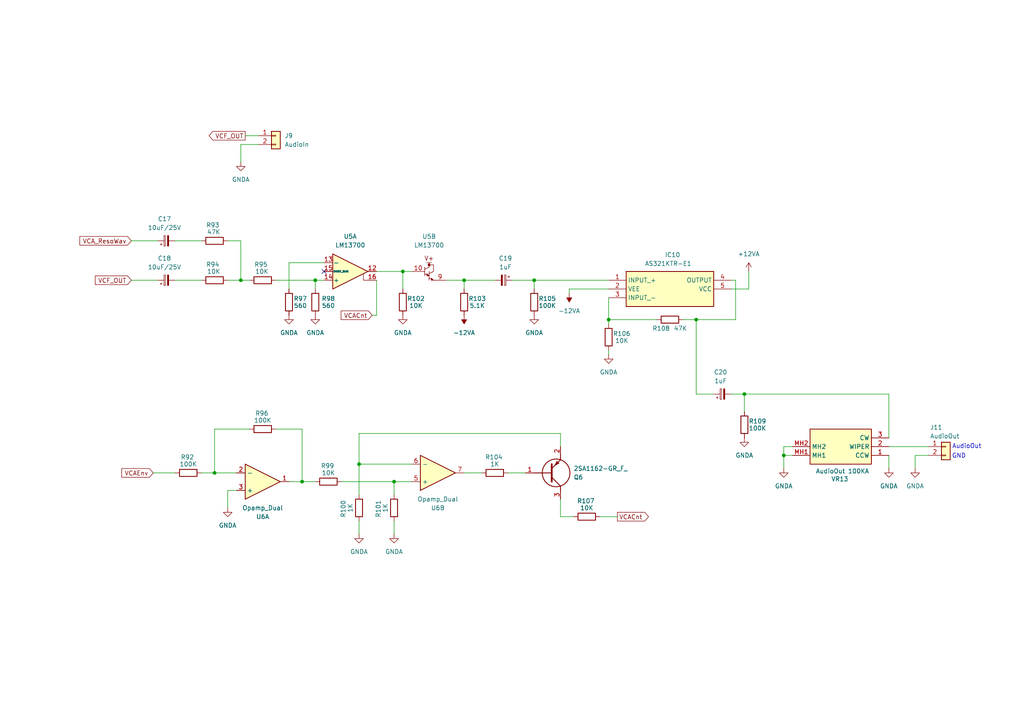
<source format=kicad_sch>
(kicad_sch (version 20250114) (generator "eeschema") (generator_version "9.0")
  (paper "A4")
  (lib_symbols
    (symbol "Amplifier_Operational:LM13700" (pin_names (offset 0.127))
      (property "Reference" "U" (at 3.81 5.08 0))
      (property "Value" "LM13700" (at 5.08 -5.08 0))
      (symbol "LM13700_1_1"
        (polyline (pts (xy 3.81 -0.635) (xy 3.81 -2.54) (xy 5.08 -2.54)))
        (polyline (pts (xy 5.08 0) (xy -5.08 -5.08) (xy -5.08 5.08) (xy 5.08 0)) (stroke (width 0.254)) (fill (type background)))
        (pin input line (at -7.62 2.54 0) (length 2.54) (name "-") (number "13"))
        (pin input line (at -7.62 0 0) (length 2.54) (name "DIODE_BIAS") (number "15"))
        (pin input line (at -7.62 -2.54 0) (length 2.54) (name "+") (number "14"))
        (pin output line (at 7.62 0 180) (length 2.54) (name "~") (number "12"))
        (pin input line (at 7.62 -2.54 180) (length 2.54) (name "~") (number "16"))
      )
      (symbol "LM13700_2_0"
        (polyline (pts (xy -1.905 2.54) (xy -3.175 2.54)))
      )
      (symbol "LM13700_2_1"
        (polyline (pts (xy -3.81 1.27) (xy -3.81 -1.27)))
        (polyline (pts (xy -3.81 0.635) (xy -2.54 1.27) (xy -2.54 1.905) (xy -2.54 2.54)))
        (polyline (pts (xy -3.81 -0.635) (xy -2.54 -1.27)))
        (circle (center -2.54 1.905) (radius 0.254) (stroke (width 0.254)) (fill (type outline)))
        (polyline (pts (xy -2.54 0) (xy -2.54 -2.54)))
        (polyline (pts (xy -2.54 -0.635) (xy -1.27 0) (xy -1.27 1.905) (xy -2.54 1.905)))
        (polyline (pts (xy -2.54 -1.27) (xy -3.175 -0.635) (xy -3.175 -1.27) (xy -2.54 -1.27)) (fill (type outline)))
        (polyline (pts (xy -2.54 -1.905) (xy -1.27 -2.54)))
        (polyline (pts (xy -1.27 -2.54) (xy -1.905 -1.905) (xy -1.905 -2.54) (xy -1.27 -2.54)) (fill (type outline)))
        (text "V+" (at -2.54 3.81 0) (effects (font (size 1.27 1.27))))
        (pin input line (at -7.62 0 0) (length 3.81) (name "~") (number "10"))
        (pin output line (at 2.54 -2.54 180) (length 3.81) (name "~") (number "9"))
      )
      (symbol "LM13700_3_1"
        (polyline (pts (xy 3.81 -0.635) (xy 3.81 -2.54) (xy 5.08 -2.54)))
        (polyline (pts (xy 5.08 0) (xy -5.08 -5.08) (xy -5.08 5.08) (xy 5.08 0)) (stroke (width 0.254)) (fill (type background)))
        (pin input line (at -7.62 2.54 0) (length 2.54) (name "-") (number "4"))
        (pin input line (at -7.62 0 0) (length 2.54) (name "DIODE_BIAS") (number "2"))
        (pin input line (at -7.62 -2.54 0) (length 2.54) (name "+") (number "3"))
        (pin output line (at 7.62 0 180) (length 2.54) (name "~") (number "5"))
        (pin input line (at 7.62 -2.54 180) (length 2.54) (name "~") (number "1"))
      )
      (symbol "LM13700_4_0"
        (polyline (pts (xy -3.175 2.54) (xy -1.905 2.54)))
        (text "V+" (at -2.54 3.81 0) (effects (font (size 1.27 1.27))))
      )
      (symbol "LM13700_4_1"
        (polyline (pts (xy -3.81 1.27) (xy -3.81 -1.27)))
        (polyline (pts (xy -3.81 0.635) (xy -2.54 1.27) (xy -2.54 2.54)))
        (polyline (pts (xy -3.81 -0.635) (xy -2.54 -1.27)))
        (circle (center -2.54 1.905) (radius 0.254) (stroke (width 0.254)) (fill (type outline)))
        (polyline (pts (xy -2.54 0) (xy -2.54 -2.54)))
        (polyline (pts (xy -2.54 -0.635) (xy -1.27 0) (xy -1.27 1.905) (xy -2.54 1.905)))
        (polyline (pts (xy -2.54 -1.27) (xy -3.175 -0.635) (xy -3.175 -1.27) (xy -2.54 -1.27)) (fill (type outline)))
        (polyline (pts (xy -2.54 -1.905) (xy -1.27 -2.54)))
        (polyline (pts (xy -1.27 -2.54) (xy -1.905 -1.905) (xy -1.905 -2.54) (xy -1.27 -2.54)) (fill (type outline)))
        (pin input line (at -7.62 0 0) (length 3.81) (name "~") (number "7"))
        (pin output line (at 2.54 -2.54 180) (length 3.81) (name "~") (number "8"))
      )
      (symbol "LM13700_5_1"
        (pin power_in line (at -2.54 7.62 270) (length 3.81) (name "V+") (number "11"))
        (pin power_in line (at -2.54 -7.62 90) (length 3.81) (name "V-") (number "6"))
      )
    )
    (symbol "Connector_Generic:Conn_01x02" (pin_names (offset 1.016) (hide yes))
      (property "Reference" "J" (at 0 2.54 0))
      (property "Value" "Conn_01x02" (at 0 -5.08 0))
      (symbol "Conn_01x02_1_1"
        (rectangle (start -1.27 1.27) (end 1.27 -3.81) (stroke (width 0.254)) (fill (type background)))
        (rectangle (start -1.27 0.127) (end 0 -0.127) (stroke (width 0.1524)))
        (rectangle (start -1.27 -2.413) (end 0 -2.667) (stroke (width 0.1524)))
        (pin passive line (at -5.08 0 0) (length 3.81) (name "Pin_1") (number "1"))
        (pin passive line (at -5.08 -2.54 0) (length 3.81) (name "Pin_2") (number "2"))
      )
    )
    (symbol "Device:C_Polarized_Small" (pin_numbers (hide yes)) (pin_names (offset 0.254) (hide yes))
      (property "Reference" "C" (at 0.254 1.778 0))
      (property "Value" "C_Polarized_Small" (at 0.254 -2.032 0))
      (symbol "C_Polarized_Small_0_1"
        (rectangle (start -1.524 0.6858) (end 1.524 0.3048))
        (rectangle (start -1.524 -0.3048) (end 1.524 -0.6858) (fill (type outline)))
        (polyline (pts (xy -1.27 1.524) (xy -0.762 1.524)))
        (polyline (pts (xy -1.016 1.27) (xy -1.016 1.778)))
      )
      (symbol "C_Polarized_Small_1_1"
        (pin passive line (at 0 2.54 270) (length 1.8542) (name "~") (number "1"))
        (pin passive line (at 0 -2.54 90) (length 1.8542) (name "~") (number "2"))
      )
    )
    (symbol "Device:Opamp_Dual"
      (property "Reference" "U" (at 0 5.08 0))
      (property "Value" "Opamp_Dual" (at 0 -5.08 0))
      (symbol "Opamp_Dual_1_1"
        (polyline (pts (xy -5.08 5.08) (xy 5.08 0) (xy -5.08 -5.08) (xy -5.08 5.08)) (stroke (width 0.254)) (fill (type background)))
        (pin input line (at -7.62 2.54 0) (length 2.54) (name "+") (number "3"))
        (pin input line (at -7.62 -2.54 0) (length 2.54) (name "-") (number "2"))
        (pin output line (at 7.62 0 180) (length 2.54) (name "~") (number "1"))
      )
      (symbol "Opamp_Dual_2_1"
        (polyline (pts (xy -5.08 5.08) (xy 5.08 0) (xy -5.08 -5.08) (xy -5.08 5.08)) (stroke (width 0.254)) (fill (type background)))
        (pin input line (at -7.62 2.54 0) (length 2.54) (name "+") (number "5"))
        (pin input line (at -7.62 -2.54 0) (length 2.54) (name "-") (number "6"))
        (pin output line (at 7.62 0 180) (length 2.54) (name "~") (number "7"))
      )
      (symbol "Opamp_Dual_3_1"
        (pin power_in line (at -2.54 7.62 270) (length 3.81) (name "V+") (number "8"))
        (pin power_in line (at -2.54 -7.62 90) (length 3.81) (name "V-") (number "4"))
      )
    )
    (symbol "Device:R" (pin_numbers (hide yes)) (pin_names (offset 0))
      (property "Reference" "R" (at 2.032 0 90))
      (property "Value" "R" (at 0 0 90))
      (symbol "R_0_1"
        (rectangle (start -1.016 -2.54) (end 1.016 2.54) (stroke (width 0.254)))
      )
      (symbol "R_1_1"
        (pin passive line (at 0 3.81 270) (length 1.27) (name "~") (number "1"))
        (pin passive line (at 0 -3.81 90) (length 1.27) (name "~") (number "2"))
      )
    )
    (symbol "SamacSys_Parts:2SA1162-GR_F_" (pin_names (hide yes))
      (property "Reference" "Q" (at 13.97 1.27 0))
      (property "Value" "2SA1162-GR_F_" (at 13.97 -1.27 0))
      (symbol "2SA1162-GR_F__1_1"
        (polyline (pts (xy 2.54 0) (xy 7.62 0)) (stroke (width 0.254)))
        (polyline (pts (xy 7.62 2.54) (xy 7.62 -2.54)) (stroke (width 0.508)))
        (polyline (pts (xy 7.62 1.27) (xy 10.16 3.81)) (stroke (width 0.254)))
        (polyline (pts (xy 7.62 -1.27) (xy 10.16 -3.81)) (stroke (width 0.254)))
        (circle (center 8.89 0) (radius 4.016) (stroke (width 0.254)))
        (polyline (pts (xy 9.652 -2.794) (xy 9.144 -3.302) (xy 8.636 -2.286) (xy 9.652 -2.794)) (stroke (width 0.254)) (fill (type outline)))
        (polyline (pts (xy 10.16 3.81) (xy 10.16 5.08)) (stroke (width 0.254)))
        (polyline (pts (xy 10.16 -3.81) (xy 10.16 -5.08)) (stroke (width 0.254)))
        (pin passive line (at 0 0 0) (length 2.54) (name "B") (number "1"))
        (pin passive line (at 10.16 7.62 270) (length 2.54) (name "C") (number "3"))
        (pin passive line (at 10.16 -7.62 90) (length 2.54) (name "E") (number "2"))
      )
    )
    (symbol "SamacSys_Parts:AS321KTR-E1"
      (property "Reference" "D" (at 31.75 7.62 0))
      (property "Value" "AS321KTR-E1" (at 31.75 5.08 0))
      (symbol "AS321KTR-E1_1_1"
        (rectangle (start 5.08 2.54) (end 30.48 -7.62) (stroke (width 0.254)) (fill (type background)))
        (pin passive line (at 0 0 0) (length 5.08) (name "INPUT_+") (number "1"))
        (pin passive line (at 0 -2.54 0) (length 5.08) (name "VEE") (number "2"))
        (pin passive line (at 0 -5.08 0) (length 5.08) (name "INPUT_-") (number "3"))
        (pin passive line (at 35.56 0 180) (length 5.08) (name "OUTPUT") (number "4"))
        (pin passive line (at 35.56 -2.54 180) (length 5.08) (name "VCC") (number "5"))
      )
    )
    (symbol "SamacSys_Parts:RK09D117000B"
      (property "Reference" "VR" (at 24.13 7.62 0))
      (property "Value" "RK09D117000B" (at 24.13 5.08 0))
      (symbol "RK09D117000B_1_1"
        (rectangle (start 5.08 2.54) (end 22.86 -7.62) (stroke (width 0.254)) (fill (type background)))
        (pin passive line (at 0 0 0) (length 5.08) (name "CCW") (number "1"))
        (pin passive line (at 0 -2.54 0) (length 5.08) (name "WIPER") (number "2"))
        (pin passive line (at 0 -5.08 0) (length 5.08) (name "CW") (number "3"))
        (pin passive line (at 27.94 0 180) (length 5.08) (name "MH1") (number "MH1"))
        (pin passive line (at 27.94 -2.54 180) (length 5.08) (name "MH2") (number "MH2"))
      )
    )
    (symbol "power:+12VA" (power) (pin_numbers (hide yes)) (pin_names (offset 0) (hide yes))
      (property "Value" "+12VA" (at 0 3.556 0))
      (symbol "+12VA_0_1"
        (polyline (pts (xy -0.762 1.27) (xy 0 2.54)))
        (polyline (pts (xy 0 2.54) (xy 0.762 1.27)))
        (polyline (pts (xy 0 0) (xy 0 2.54)))
      )
      (symbol "+12VA_1_1"
        (pin power_in line (at 0 0 90) (length 0) (name "~") (number "1"))
      )
    )
    (symbol "power:-12VA" (power) (pin_numbers (hide yes)) (pin_names (offset 0) (hide yes))
      (property "Value" "-12VA" (at 0 3.556 0))
      (symbol "-12VA_0_0"
        (pin power_in line (at 0 0 90) (length 0) (name "~") (number "1"))
      )
      (symbol "-12VA_0_1"
        (polyline (pts (xy 0 0) (xy 0 1.27) (xy 0.762 1.27) (xy 0 2.54) (xy -0.762 1.27) (xy 0 1.27)) (fill (type outline)))
      )
    )
    (symbol "power:GNDA" (power) (pin_numbers (hide yes)) (pin_names (offset 0) (hide yes))
      (property "Value" "GNDA" (at 0 -3.81 0))
      (symbol "GNDA_0_1"
        (polyline (pts (xy 0 0) (xy 0 -1.27) (xy 1.27 -1.27) (xy 0 -2.54) (xy -1.27 -1.27) (xy 0 -1.27)))
      )
      (symbol "GNDA_1_1"
        (pin power_in line (at 0 0 270) (length 0) (name "~") (number "1"))
      )
    )
  )
  (text "AudioOut" (at 280.416 129.54 0) (effects (font (size 1.27 1.27))))
  (text "GND" (at 278.13 132.334 0) (effects (font (size 1.27 1.27))))
  (junction (at 69.85 81.28))
  (junction (at 201.93 92.71))
  (junction (at 154.94 81.28))
  (junction (at 116.84 78.74))
  (junction (at 62.23 137.16))
  (junction (at 104.14 134.62))
  (junction (at 114.3 139.7))
  (junction (at 176.53 92.71))
  (junction (at 91.44 81.28))
  (junction (at 87.63 139.7))
  (junction (at 215.9 114.3))
  (junction (at 227.33 132.08))
  (junction (at 134.62 81.28))
  (no_connect (at 93.98 78.74))
  (wire (pts (xy 104.14 125.73) (xy 104.14 134.62)))
  (wire (pts (xy 91.44 81.28) (xy 93.98 81.28)))
  (wire (pts (xy 257.81 132.08) (xy 257.81 135.89)))
  (wire (pts (xy 201.93 92.71) (xy 198.12 92.71)))
  (wire (pts (xy 116.84 78.74) (xy 119.38 78.74)))
  (wire (pts (xy 87.63 139.7) (xy 87.63 124.46)))
  (wire (pts (xy 176.53 83.82) (xy 165.1 83.82)))
  (wire (pts (xy 114.3 139.7) (xy 114.3 143.51)))
  (wire (pts (xy 154.94 81.28) (xy 154.94 83.82)))
  (wire (pts (xy 116.84 83.82) (xy 116.84 78.74)))
  (wire (pts (xy 83.82 139.7) (xy 87.63 139.7)))
  (wire (pts (xy 201.93 92.71) (xy 201.93 114.3)))
  (wire (pts (xy 265.43 132.08) (xy 265.43 135.89)))
  (wire (pts (xy 62.23 124.46) (xy 62.23 137.16)))
  (wire (pts (xy 91.44 81.28) (xy 91.44 83.82)))
  (wire (pts (xy 119.38 139.7) (xy 114.3 139.7)))
  (wire (pts (xy 212.09 114.3) (xy 215.9 114.3)))
  (wire (pts (xy 229.87 129.54) (xy 227.33 129.54)))
  (wire (pts (xy 162.56 149.86) (xy 162.56 144.78)))
  (wire (pts (xy 215.9 114.3) (xy 215.9 119.38)))
  (wire (pts (xy 50.8 81.28) (xy 58.42 81.28)))
  (wire (pts (xy 62.23 137.16) (xy 68.58 137.16)))
  (wire (pts (xy 176.53 86.36) (xy 176.53 92.71)))
  (wire (pts (xy 83.82 76.2) (xy 83.82 83.82)))
  (wire (pts (xy 74.93 41.91) (xy 69.85 41.91)))
  (wire (pts (xy 217.17 83.82) (xy 212.09 83.82)))
  (wire (pts (xy 72.39 124.46) (xy 62.23 124.46)))
  (wire (pts (xy 134.62 137.16) (xy 139.7 137.16)))
  (wire (pts (xy 38.1 81.28) (xy 45.72 81.28)))
  (wire (pts (xy 212.09 81.28) (xy 213.36 81.28)))
  (wire (pts (xy 109.22 78.74) (xy 116.84 78.74)))
  (wire (pts (xy 217.17 78.74) (xy 217.17 83.82)))
  (wire (pts (xy 215.9 114.3) (xy 257.81 114.3)))
  (wire (pts (xy 58.42 137.16) (xy 62.23 137.16)))
  (wire (pts (xy 50.8 69.85) (xy 58.42 69.85)))
  (wire (pts (xy 104.14 125.73) (xy 162.56 125.73)))
  (wire (pts (xy 69.85 41.91) (xy 69.85 46.99)))
  (wire (pts (xy 176.53 101.6) (xy 176.53 102.87)))
  (wire (pts (xy 154.94 81.28) (xy 176.53 81.28)))
  (wire (pts (xy 109.22 81.28) (xy 109.22 91.44)))
  (wire (pts (xy 87.63 139.7) (xy 91.44 139.7)))
  (wire (pts (xy 269.24 132.08) (xy 265.43 132.08)))
  (wire (pts (xy 257.81 129.54) (xy 269.24 129.54)))
  (wire (pts (xy 176.53 92.71) (xy 176.53 93.98)))
  (wire (pts (xy 91.44 81.28) (xy 80.01 81.28)))
  (wire (pts (xy 134.62 81.28) (xy 143.51 81.28)))
  (wire (pts (xy 38.1 69.85) (xy 45.72 69.85)))
  (wire (pts (xy 66.04 69.85) (xy 69.85 69.85)))
  (wire (pts (xy 104.14 134.62) (xy 119.38 134.62)))
  (wire (pts (xy 109.22 91.44) (xy 107.95 91.44)))
  (wire (pts (xy 66.04 142.24) (xy 66.04 147.32)))
  (wire (pts (xy 207.01 114.3) (xy 201.93 114.3)))
  (wire (pts (xy 129.54 81.28) (xy 134.62 81.28)))
  (wire (pts (xy 166.37 149.86) (xy 162.56 149.86)))
  (wire (pts (xy 227.33 129.54) (xy 227.33 132.08)))
  (wire (pts (xy 162.56 125.73) (xy 162.56 129.54)))
  (wire (pts (xy 173.99 149.86) (xy 179.07 149.86)))
  (wire (pts (xy 69.85 81.28) (xy 72.39 81.28)))
  (wire (pts (xy 93.98 76.2) (xy 83.82 76.2)))
  (wire (pts (xy 66.04 142.24) (xy 68.58 142.24)))
  (wire (pts (xy 213.36 92.71) (xy 201.93 92.71)))
  (wire (pts (xy 80.01 124.46) (xy 87.63 124.46)))
  (wire (pts (xy 104.14 143.51) (xy 104.14 134.62)))
  (wire (pts (xy 257.81 114.3) (xy 257.81 127)))
  (wire (pts (xy 227.33 132.08) (xy 229.87 132.08)))
  (wire (pts (xy 69.85 69.85) (xy 69.85 81.28)))
  (wire (pts (xy 104.14 151.13) (xy 104.14 154.94)))
  (wire (pts (xy 165.1 83.82) (xy 165.1 85.09)))
  (wire (pts (xy 147.32 137.16) (xy 152.4 137.16)))
  (wire (pts (xy 99.06 139.7) (xy 114.3 139.7)))
  (wire (pts (xy 148.59 81.28) (xy 154.94 81.28)))
  (wire (pts (xy 66.04 81.28) (xy 69.85 81.28)))
  (wire (pts (xy 176.53 92.71) (xy 190.5 92.71)))
  (wire (pts (xy 71.12 39.37) (xy 74.93 39.37)))
  (wire (pts (xy 213.36 81.28) (xy 213.36 92.71)))
  (wire (pts (xy 134.62 81.28) (xy 134.62 83.82)))
  (wire (pts (xy 114.3 151.13) (xy 114.3 154.94)))
  (wire (pts (xy 227.33 132.08) (xy 227.33 135.89)))
  (wire (pts (xy 44.45 137.16) (xy 50.8 137.16)))
  (global_label "VCAEnv" (shape input) (at 44.45 137.16 180) (property "Intersheetrefs" "${INTERSHEET_REFS}" (effects (hide yes))))
  (global_label "VCACnt" (shape input) (at 107.95 91.44 180) (property "Intersheetrefs" "${INTERSHEET_REFS}" (effects (hide yes))))
  (global_label "VCACnt" (shape output) (at 179.07 149.86 0) (property "Intersheetrefs" "${INTERSHEET_REFS}" (effects (hide yes))))
  (global_label "VCA_ResoWav" (shape input) (at 38.1 69.85 180) (property "Intersheetrefs" "${INTERSHEET_REFS}" (effects (hide yes))))
  (global_label "VCF_OUT" (shape output) (at 71.12 39.37 180) (property "Intersheetrefs" "${INTERSHEET_REFS}" (effects (hide yes))))
  (global_label "VCF_OUT" (shape input) (at 38.1 81.28 180) (property "Intersheetrefs" "${INTERSHEET_REFS}" (effects (hide yes))))
  (symbol (lib_id "Device:R") (at 76.2 81.28 270) (mirror x) (unit 1)
    (property "Reference" "R95" (at 75.692 76.708 90))
    (property "Value" "10K" (at 75.946 78.74 90))
    (property "Footprint" "Resistor_THT:R_Axial_DIN0207_L6.3mm_D2.5mm_P2.54mm_Vertical" (effects (hide yes)))
    (property "Description" "Resistor" (effects (hide yes)))
  )
  (symbol (lib_id "power:GNDA") (at 265.43 135.89 0) (unit 1)
    (property "Reference" "#PWR0141" (effects (hide yes)))
    (property "Value" "GNDA" (at 265.43 140.97 0))
    (property "Description" "Power symbol creates a global label with name \"GNDA\" , analog ground" (effects (hide yes)))
  )
  (symbol (lib_id "Device:R") (at 104.14 147.32 180) (unit 1)
    (property "Reference" "R100" (at 99.568 147.574 90))
    (property "Value" "1K" (at 101.6 147.32 90))
    (property "Footprint" "Resistor_THT:R_Axial_DIN0207_L6.3mm_D2.5mm_P2.54mm_Vertical" (effects (hide yes)))
    (property "Description" "Resistor" (effects (hide yes)))
  )
  (symbol (lib_id "power:GNDA") (at 215.9 127 0) (mirror y) (unit 1)
    (property "Reference" "#PWR0137" (effects (hide yes)))
    (property "Value" "GNDA" (at 215.9 132.08 0))
    (property "Description" "Power symbol creates a global label with name \"GNDA\" , analog ground" (effects (hide yes)))
  )
  (symbol (lib_id "Device:R") (at 116.84 87.63 0) (mirror x) (unit 1)
    (property "Reference" "R102" (at 120.65 86.614 0))
    (property "Value" "10K" (at 120.65 88.646 0))
    (property "Footprint" "Resistor_THT:R_Axial_DIN0207_L6.3mm_D2.5mm_P2.54mm_Vertical" (effects (hide yes)))
    (property "Description" "Resistor" (effects (hide yes)))
  )
  (symbol (lib_id "Device:C_Polarized_Small") (at 48.26 81.28 90) (unit 1)
    (property "Reference" "C18" (at 47.7139 74.93 90))
    (property "Value" "10uF/25V" (at 47.7139 77.47 90))
    (property "Footprint" "Capacitor_THT:CP_Radial_D5.0mm_P2.50mm" (effects (hide yes)))
    (property "Description" "Polarized capacitor, small symbol" (effects (hide yes)))
  )
  (symbol (lib_id "SamacSys_Parts:RK09D117000B") (at 257.81 132.08 180) (unit 1)
    (property "Reference" "VR13" (at 243.586 138.938 0))
    (property "Value" "AudioOut 100KA" (at 244.348 136.652 0))
    (property "Footprint" "SamacSys_parts:RK09D117000B" (effects (hide yes)))
    (property "Datasheet" "https://tech.alpsalpine.com/prod/j/html/potentiometer/rotarypotentiometers/rk09k/rk09d117000b.html" (effects (hide yes)))
    (property "Description" "9-inch insulated shaft snap-in type RK09K/RK09D series" (effects (hide yes)))
    (property "Height" "30" (effects (hide yes)))
    (property "Manufacturer_Name" "ALPS Electric" (effects (hide yes)))
    (property "Manufacturer_Part_Number" "RK09D117000B" (effects (hide yes)))
    (property "Mouser Part Number" "688-RK09D117000B" (effects (hide yes)))
    (property "Mouser Price/Stock" "https://www.mouser.co.uk/ProductDetail/Alps-Alpine/RK09D117000B?qs=3cOf6TWd2rbc67829PEbEQ%3D%3D" (effects (hide yes)))
  )
  (symbol (lib_id "Device:R") (at 54.61 137.16 90) (unit 1)
    (property "Reference" "R92" (at 54.356 132.588 90))
    (property "Value" "100K" (at 54.61 134.62 90))
    (property "Footprint" "Resistor_THT:R_Axial_DIN0207_L6.3mm_D2.5mm_P2.54mm_Vertical" (effects (hide yes)))
    (property "Description" "Resistor" (effects (hide yes)))
  )
  (symbol (lib_id "power:+12VA") (at 217.17 78.74 0) (unit 1)
    (property "Reference" "#PWR0118" (effects (hide yes)))
    (property "Value" "+12VA" (at 217.17 73.66 0))
    (property "Description" "Power symbol creates a global label with name \"+12VA\"" (effects (hide yes)))
  )
  (symbol (lib_id "Connector_Generic:Conn_01x02") (at 80.01 39.37 0) (unit 1)
    (property "Reference" "J9" (at 82.55 39.3699 0) (effects (justify left)))
    (property "Value" "AudioIn" (at 82.55 41.9099 0) (effects (justify left)))
    (property "Footprint" "Connector_PinSocket_2.54mm:PinSocket_1x02_P2.54mm_Vertical" (effects (hide yes)))
    (property "Description" "Generic connector, single row, 01x02, script generated (kicad-library-utils/schlib/autogen/connector/)" (effects (hide yes)))
  )
  (symbol (lib_id "Device:R") (at 114.3 147.32 180) (unit 1)
    (property "Reference" "R101" (at 109.728 147.574 90))
    (property "Value" "1K" (at 111.76 147.32 90))
    (property "Footprint" "Resistor_THT:R_Axial_DIN0207_L6.3mm_D2.5mm_P2.54mm_Vertical" (effects (hide yes)))
    (property "Description" "Resistor" (effects (hide yes)))
  )
  (symbol (lib_id "Amplifier_Operational:LM13700") (at 101.6 78.74 0) (unit 1)
    (property "Reference" "U5" (at 101.6 68.58 0))
    (property "Value" "LM13700" (at 101.6 71.12 0))
    (property "Footprint" "Package_SO:SOIC-16_3.9x9.9mm_P1.27mm" (effects (hide yes)))
    (property "Datasheet" "http://www.ti.com/lit/ds/symlink/lm13700.pdf" (effects (hide yes)))
    (property "Description" "Dual Operational Transconductance Amplifiers with Linearizing Diodes and Buffers, DIP-16/SOIC-16" (effects (hide yes)))
  )
  (symbol (lib_id "power:GNDA") (at 66.04 147.32 0) (unit 1)
    (property "Reference" "#PWR0126" (effects (hide yes)))
    (property "Value" "GNDA" (at 66.04 152.4 0))
    (property "Description" "Power symbol creates a global label with name \"GNDA\" , analog ground" (effects (hide yes)))
  )
  (symbol (lib_id "Device:C_Polarized_Small") (at 48.26 69.85 90) (unit 1)
    (property "Reference" "C17" (at 47.7139 63.5 90))
    (property "Value" "10uF/25V" (at 47.7139 66.04 90))
    (property "Footprint" "Capacitor_THT:CP_Radial_D5.0mm_P2.50mm" (effects (hide yes)))
    (property "Description" "Polarized capacitor, small symbol" (effects (hide yes)))
  )
  (symbol (lib_id "Device:R") (at 76.2 124.46 90) (unit 1)
    (property "Reference" "R96" (at 75.946 119.888 90))
    (property "Value" "100K" (at 76.2 121.92 90))
    (property "Footprint" "Resistor_THT:R_Axial_DIN0207_L6.3mm_D2.5mm_P2.54mm_Vertical" (effects (hide yes)))
    (property "Description" "Resistor" (effects (hide yes)))
  )
  (symbol (lib_id "Amplifier_Operational:LM13700") (at 127 78.74 0) (unit 2)
    (property "Reference" "U5" (at 124.46 68.58 0))
    (property "Value" "LM13700" (at 124.46 71.12 0))
    (property "Footprint" "Package_SO:SOIC-16_3.9x9.9mm_P1.27mm" (effects (hide yes)))
    (property "Datasheet" "http://www.ti.com/lit/ds/symlink/lm13700.pdf" (effects (hide yes)))
    (property "Description" "Dual Operational Transconductance Amplifiers with Linearizing Diodes and Buffers, DIP-16/SOIC-16" (effects (hide yes)))
  )
  (symbol (lib_id "Device:Opamp_Dual") (at 127 137.16 0) (mirror x) (unit 2)
    (property "Reference" "U6" (at 127 147.32 0))
    (property "Value" "Opamp_Dual" (at 127 144.78 0))
    (property "Footprint" "Package_SO:SOIC-8_3.9x4.9mm_P1.27mm" (effects (hide yes)))
    (property "Description" "Dual operational amplifier" (effects (hide yes)))
    (property "Sim.Library" "${KICAD9_SYMBOL_DIR}/Simulation_SPICE.sp" (effects (hide yes)))
    (property "Sim.Name" "kicad_builtin_opamp_dual" (effects (hide yes)))
    (property "Sim.Device" "SUBCKT" (effects (hide yes)))
    (property "Sim.Pins" "1=out1 2=in1- 3=in1+ 4=vee 5=in2+ 6=in2- 7=out2 8=vcc" (effects (hide yes)))
  )
  (symbol (lib_id "SamacSys_Parts:2SA1162-GR_F_") (at 152.4 137.16 0) (mirror x) (unit 1)
    (property "Reference" "Q6" (at 166.37 138.4301 0) (effects (justify left)))
    (property "Value" "2SA1162-GR_F_" (at 166.37 135.8901 0) (effects (justify left)))
    (property "Footprint" "SamacSys_parts:1SS294LFT" (effects (hide yes)))
    (property "Datasheet" "https://toshiba.semicon-storage.com/ap-en/product/bipolar-transistor/bipolar-transistor/detail.2SA1162.html" (effects (hide yes)))
    (property "Description" "Transistor Toshiba 2SA1162-GR(F) PNP Bipolar Transistor, 0.15 A, 50 V, 3-Pin SC-59" (effects (hide yes)))
    (property "Height" "1.4" (effects (hide yes)))
    (property "Manufacturer_Name" "Toshiba" (effects (hide yes)))
    (property "Manufacturer_Part_Number" "2SA1162-GR(F)" (effects (hide yes)))
  )
  (symbol (lib_id "power:GNDA") (at 114.3 154.94 0) (unit 1)
    (property "Reference" "#PWR0132" (effects (hide yes)))
    (property "Value" "GNDA" (at 114.3 160.02 0))
    (property "Description" "Power symbol creates a global label with name \"GNDA\" , analog ground" (effects (hide yes)))
  )
  (symbol (lib_id "Device:R") (at 62.23 81.28 270) (mirror x) (unit 1)
    (property "Reference" "R94" (at 61.722 76.708 90))
    (property "Value" "10K" (at 61.976 78.74 90))
    (property "Footprint" "Resistor_THT:R_Axial_DIN0207_L6.3mm_D2.5mm_P2.54mm_Vertical" (effects (hide yes)))
    (property "Description" "Resistor" (effects (hide yes)))
  )
  (symbol (lib_id "Device:R") (at 170.18 149.86 90) (unit 1)
    (property "Reference" "R107" (at 169.926 145.288 90))
    (property "Value" "10K" (at 170.18 147.32 90))
    (property "Footprint" "Resistor_THT:R_Axial_DIN0207_L6.3mm_D2.5mm_P2.54mm_Vertical" (effects (hide yes)))
    (property "Description" "Resistor" (effects (hide yes)))
  )
  (symbol (lib_id "SamacSys_Parts:AS321KTR-E1") (at 176.53 81.28 0) (unit 1)
    (property "Reference" "IC10" (at 195.072 73.914 0))
    (property "Value" "AS321KTR-E1" (at 193.802 76.454 0))
    (property "Footprint" "SamacSys_parts:SOT95P282X145-5N" (effects (hide yes)))
    (property "Datasheet" "https://www.diodes.com//assets/Datasheets/AS321.pdf" (effects (hide yes)))
    (property "Description" "Excellent Phase Margin: 60 deg.  Large Voltage Gain: 100dB (Typical)  Low Input Bias Current: 20nA (Typical)  Low Input Offset Voltage: 2mV (Typical)  Low Supply Current: 0.35mA at VCC = 5V  Wide Power Supply Voltage:  Single Supply: 3V to 36V  Dual Supplies: +/-1.5V to +/-18V  Wide Input Common Mode Voltage Range: 0V to VCC-1.5V  Lead-Free Packages: SOT25  Totally Lead-Free; RoHS Compliant (Notes 1 & 2)  Lead-Free Packages, Available in Green Molding Compound: SOT25  Totally Lead-F" (effects (hide yes)))
    (property "Height" "1.45" (effects (hide yes)))
    (property "Manufacturer_Name" "Diodes Incorporated" (effects (hide yes)))
    (property "Manufacturer_Part_Number" "AS321KTR-E1" (effects (hide yes)))
    (property "Mouser Part Number" "621-AS321KTR-E1" (effects (hide yes)))
    (property "Mouser Price/Stock" "https://www.mouser.co.uk/ProductDetail/Diodes-Incorporated/AS321KTR-E1?qs=5V6w%252Be2aIqbJH6DETpx4Lw%3D%3D" (effects (hide yes)))
    (property "Arrow Part Number" "AS321KTR-E1" (effects (hide yes)))
    (property "Arrow Price/Stock" "https://www.arrow.com/en/products/as321ktr-e1/diodes-incorporated?region=nac" (effects (hide yes)))
  )
  (symbol (lib_id "power:GNDA") (at 227.33 135.89 0) (unit 1)
    (property "Reference" "#PWR0138" (effects (hide yes)))
    (property "Value" "GNDA" (at 227.33 140.97 0))
    (property "Description" "Power symbol creates a global label with name \"GNDA\" , analog ground" (effects (hide yes)))
  )
  (symbol (lib_id "Device:C_Polarized_Small") (at 209.55 114.3 90) (unit 1)
    (property "Reference" "C20" (at 209.0039 107.95 90))
    (property "Value" "1uF" (at 209.0039 110.49 90))
    (property "Footprint" "Capacitor_THT:CP_Radial_D5.0mm_P2.50mm" (effects (hide yes)))
    (property "Description" "Polarized capacitor, small symbol" (effects (hide yes)))
  )
  (symbol (lib_id "power:GNDA") (at 104.14 154.94 0) (unit 1)
    (property "Reference" "#PWR0131" (effects (hide yes)))
    (property "Value" "GNDA" (at 104.14 160.02 0))
    (property "Description" "Power symbol creates a global label with name \"GNDA\" , analog ground" (effects (hide yes)))
  )
  (symbol (lib_id "Device:R") (at 62.23 69.85 270) (mirror x) (unit 1)
    (property "Reference" "R93" (at 61.722 65.278 90))
    (property "Value" "47K" (at 61.976 67.31 90))
    (property "Footprint" "Resistor_THT:R_Axial_DIN0207_L6.3mm_D2.5mm_P2.54mm_Vertical" (effects (hide yes)))
    (property "Description" "Resistor" (effects (hide yes)))
  )
  (symbol (lib_id "Device:R") (at 91.44 87.63 0) (mirror x) (unit 1)
    (property "Reference" "R98" (at 95.25 86.614 0))
    (property "Value" "560" (at 95.25 88.646 0))
    (property "Footprint" "Resistor_THT:R_Axial_DIN0207_L6.3mm_D2.5mm_P2.54mm_Vertical" (effects (hide yes)))
    (property "Description" "Resistor" (effects (hide yes)))
  )
  (symbol (lib_id "Device:R") (at 134.62 87.63 0) (mirror x) (unit 1)
    (property "Reference" "R103" (at 138.43 86.614 0))
    (property "Value" "5.1K" (at 138.43 88.646 0))
    (property "Footprint" "Resistor_THT:R_Axial_DIN0207_L6.3mm_D2.5mm_P2.54mm_Vertical" (effects (hide yes)))
    (property "Description" "Resistor" (effects (hide yes)))
  )
  (symbol (lib_id "power:GNDA") (at 257.81 135.89 0) (unit 1)
    (property "Reference" "#PWR0140" (effects (hide yes)))
    (property "Value" "GNDA" (at 257.81 140.97 0))
    (property "Description" "Power symbol creates a global label with name \"GNDA\" , analog ground" (effects (hide yes)))
  )
  (symbol (lib_id "power:-12VA") (at 165.1 85.09 180) (unit 1)
    (property "Reference" "#PWR069" (effects (hide yes)))
    (property "Value" "-12VA" (at 165.1 90.17 0))
    (property "Description" "Power symbol creates a global label with name \"-12VA\"" (effects (hide yes)))
  )
  (symbol (lib_id "power:GNDA") (at 91.44 91.44 0) (mirror y) (unit 1)
    (property "Reference" "#PWR0129" (effects (hide yes)))
    (property "Value" "GNDA" (at 91.44 96.52 0))
    (property "Description" "Power symbol creates a global label with name \"GNDA\" , analog ground" (effects (hide yes)))
  )
  (symbol (lib_id "power:GNDA") (at 69.85 46.99 0) (mirror y) (unit 1)
    (property "Reference" "#PWR0127" (effects (hide yes)))
    (property "Value" "GNDA" (at 69.85 52.07 0))
    (property "Description" "Power symbol creates a global label with name \"GNDA\" , analog ground" (effects (hide yes)))
  )
  (symbol (lib_id "power:GNDA") (at 83.82 91.44 0) (mirror y) (unit 1)
    (property "Reference" "#PWR0128" (effects (hide yes)))
    (property "Value" "GNDA" (at 83.82 96.52 0))
    (property "Description" "Power symbol creates a global label with name \"GNDA\" , analog ground" (effects (hide yes)))
  )
  (symbol (lib_id "Device:R") (at 194.31 92.71 270) (mirror x) (unit 1)
    (property "Reference" "R108" (at 191.77 95.25 90))
    (property "Value" "47K" (at 197.358 95.25 90))
    (property "Footprint" "Resistor_THT:R_Axial_DIN0207_L6.3mm_D2.5mm_P2.54mm_Vertical" (effects (hide yes)))
    (property "Description" "Resistor" (effects (hide yes)))
  )
  (symbol (lib_id "power:GNDA") (at 116.84 91.44 0) (mirror y) (unit 1)
    (property "Reference" "#PWR0133" (effects (hide yes)))
    (property "Value" "GNDA" (at 116.84 96.52 0))
    (property "Description" "Power symbol creates a global label with name \"GNDA\" , analog ground" (effects (hide yes)))
  )
  (symbol (lib_id "Device:C_Polarized_Small") (at 146.05 81.28 270) (unit 1)
    (property "Reference" "C19" (at 146.5961 74.93 90))
    (property "Value" "1uF" (at 146.5961 77.47 90))
    (property "Footprint" "Capacitor_THT:CP_Radial_D5.0mm_P2.50mm" (effects (hide yes)))
    (property "Description" "Polarized capacitor, small symbol" (effects (hide yes)))
  )
  (symbol (lib_id "power:GNDA") (at 154.94 91.44 0) (mirror y) (unit 1)
    (property "Reference" "#PWR0135" (effects (hide yes)))
    (property "Value" "GNDA" (at 154.94 96.52 0))
    (property "Description" "Power symbol creates a global label with name \"GNDA\" , analog ground" (effects (hide yes)))
  )
  (symbol (lib_id "Device:R") (at 154.94 87.63 0) (mirror x) (unit 1)
    (property "Reference" "R105" (at 158.75 86.614 0))
    (property "Value" "100K" (at 158.75 88.646 0))
    (property "Footprint" "Resistor_THT:R_Axial_DIN0207_L6.3mm_D2.5mm_P2.54mm_Vertical" (effects (hide yes)))
    (property "Description" "Resistor" (effects (hide yes)))
  )
  (symbol (lib_id "Device:R") (at 143.51 137.16 90) (unit 1)
    (property "Reference" "R104" (at 143.256 132.588 90))
    (property "Value" "1K" (at 143.51 134.62 90))
    (property "Footprint" "Resistor_THT:R_Axial_DIN0207_L6.3mm_D2.5mm_P2.54mm_Vertical" (effects (hide yes)))
    (property "Description" "Resistor" (effects (hide yes)))
  )
  (symbol (lib_id "Device:R") (at 95.25 139.7 90) (unit 1)
    (property "Reference" "R99" (at 94.996 135.128 90))
    (property "Value" "10K" (at 95.25 137.16 90))
    (property "Footprint" "Resistor_THT:R_Axial_DIN0207_L6.3mm_D2.5mm_P2.54mm_Vertical" (effects (hide yes)))
    (property "Description" "Resistor" (effects (hide yes)))
  )
  (symbol (lib_id "Connector_Generic:Conn_01x02") (at 274.32 129.54 0) (unit 1)
    (property "Reference" "J11" (at 269.748 123.952 0) (effects (justify left)))
    (property "Value" "AudioOut" (at 269.748 126.492 0) (effects (justify left)))
    (property "Footprint" "Connector_PinHeader_2.54mm:PinHeader_1x02_P2.54mm_Vertical" (effects (hide yes)))
    (property "Description" "Generic connector, single row, 01x02, script generated (kicad-library-utils/schlib/autogen/connector/)" (effects (hide yes)))
  )
  (symbol (lib_id "Device:R") (at 215.9 123.19 0) (mirror x) (unit 1)
    (property "Reference" "R109" (at 219.71 122.174 0))
    (property "Value" "100K" (at 219.71 124.206 0))
    (property "Footprint" "Resistor_THT:R_Axial_DIN0207_L6.3mm_D2.5mm_P2.54mm_Vertical" (effects (hide yes)))
    (property "Description" "Resistor" (effects (hide yes)))
  )
  (symbol (lib_id "Device:R") (at 176.53 97.79 0) (mirror x) (unit 1)
    (property "Reference" "R106" (at 180.34 96.774 0))
    (property "Value" "10K" (at 180.34 98.806 0))
    (property "Footprint" "Resistor_THT:R_Axial_DIN0207_L6.3mm_D2.5mm_P2.54mm_Vertical" (effects (hide yes)))
    (property "Description" "Resistor" (effects (hide yes)))
  )
  (symbol (lib_id "power:-12VA") (at 134.62 91.44 180) (unit 1)
    (property "Reference" "#PWR0134" (effects (hide yes)))
    (property "Value" "-12VA" (at 134.62 96.52 0))
    (property "Description" "Power symbol creates a global label with name \"-12VA\"" (effects (hide yes)))
  )
  (symbol (lib_id "power:GNDA") (at 176.53 102.87 0) (mirror y) (unit 1)
    (property "Reference" "#PWR0136" (effects (hide yes)))
    (property "Value" "GNDA" (at 176.53 107.95 0))
    (property "Description" "Power symbol creates a global label with name \"GNDA\" , analog ground" (effects (hide yes)))
  )
  (symbol (lib_id "Device:Opamp_Dual") (at 76.2 139.7 0) (mirror x) (unit 1)
    (property "Reference" "U6" (at 76.2 149.86 0))
    (property "Value" "Opamp_Dual" (at 76.2 147.32 0))
    (property "Footprint" "Package_SO:SOIC-8_3.9x4.9mm_P1.27mm" (effects (hide yes)))
    (property "Description" "Dual operational amplifier" (effects (hide yes)))
    (property "Sim.Library" "${KICAD9_SYMBOL_DIR}/Simulation_SPICE.sp" (effects (hide yes)))
    (property "Sim.Name" "kicad_builtin_opamp_dual" (effects (hide yes)))
    (property "Sim.Device" "SUBCKT" (effects (hide yes)))
    (property "Sim.Pins" "1=out1 2=in1- 3=in1+ 4=vee 5=in2+ 6=in2- 7=out2 8=vcc" (effects (hide yes)))
  )
  (symbol (lib_id "Device:R") (at 83.82 87.63 0) (mirror x) (unit 1)
    (property "Reference" "R97" (at 87.122 86.614 0))
    (property "Value" "560" (at 87.122 88.646 0))
    (property "Footprint" "Resistor_THT:R_Axial_DIN0207_L6.3mm_D2.5mm_P2.54mm_Vertical" (effects (hide yes)))
    (property "Description" "Resistor" (effects (hide yes)))
  )
)
</source>
